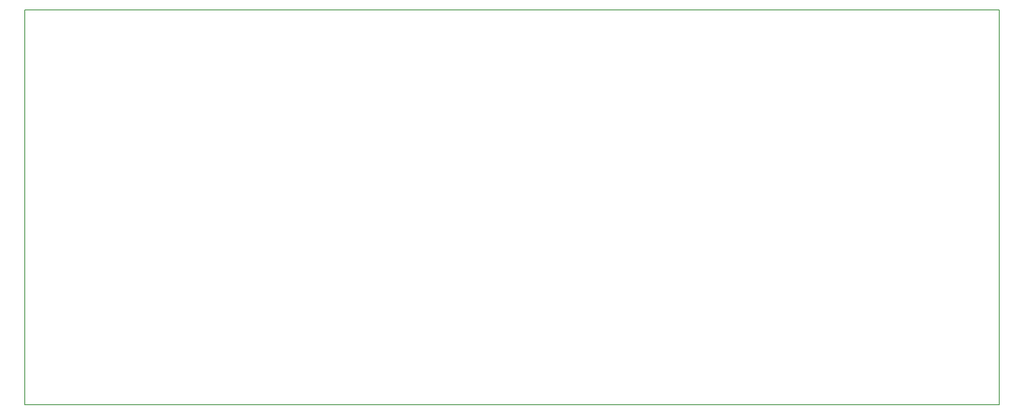
<source format=gm1>
G04 #@! TF.GenerationSoftware,KiCad,Pcbnew,(5.1.0)-1*
G04 #@! TF.CreationDate,2019-04-03T08:25:17+02:00*
G04 #@! TF.ProjectId,psu-30w,7073752d-3330-4772-9e6b-696361645f70,rev?*
G04 #@! TF.SameCoordinates,Original*
G04 #@! TF.FileFunction,Profile,NP*
%FSLAX46Y46*%
G04 Gerber Fmt 4.6, Leading zero omitted, Abs format (unit mm)*
G04 Created by KiCad (PCBNEW (5.1.0)-1) date 2019-04-03 08:25:17*
%MOMM*%
%LPD*%
G04 APERTURE LIST*
%ADD10C,0.150000*%
G04 APERTURE END LIST*
D10*
X251000000Y-49000000D02*
X51000000Y-49000000D01*
X251000000Y-130000000D02*
X251000000Y-49000000D01*
X51000000Y-130000000D02*
X251000000Y-130000000D01*
X51000000Y-49000000D02*
X51000000Y-130000000D01*
M02*

</source>
